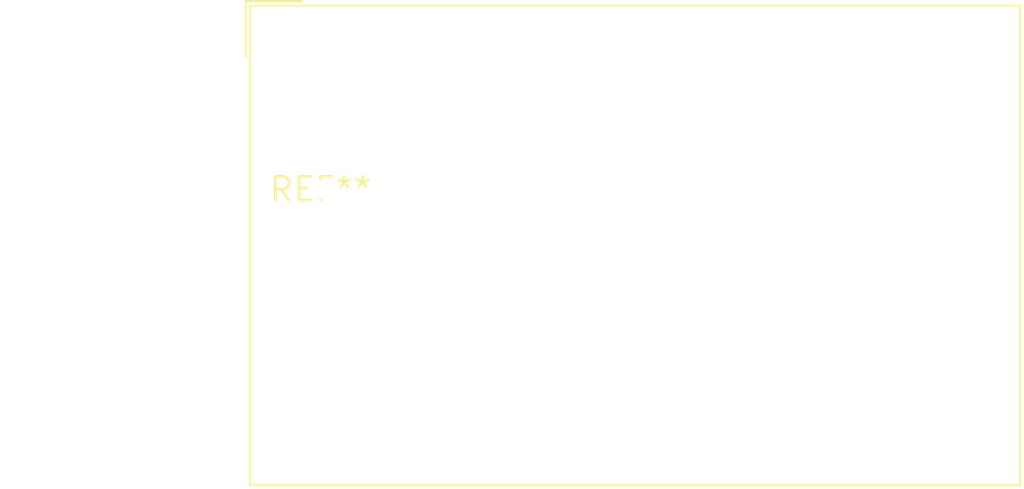
<source format=kicad_pcb>
(kicad_pcb (version 20240108) (generator pcbnew)
  (layers (0 "F.Cu" signal) (31 "B.Cu" signal) (34 "B.Paste" user) (35 "F.Paste" user) (36 "B.SilkS" user "B.Silkscreen") (37 "F.SilkS" user "F.Silkscreen") (38 "B.Mask" user) (39 "F.Mask" user) (44 "Edge.Cuts" user))
  (net 0 "")
  (footprint "Converter_ACDC_Hi-Link_HLK-5Mxx" (layer "F.Cu") (at 0 0)
    (property "Reference" "REF**")
    (property "Value" "Converter_ACDC_Hi-Link_HLK-5Mxx")
    (fp_line (start -4 -10.05) (end -1 -10.05) (layer "F.SilkS") (stroke (width 0.12)))
    (fp_line (start -4 -7.05) (end -4 -10.05) (layer "F.SilkS") (stroke (width 0.12)))
    (fp_line (start -3.76 -9.81) (end -3.76 15.81) (layer "F.SilkS") (stroke (width 0.12)))
    (fp_line (start -3.76 -9.81) (end 37.36 -9.81) (layer "F.SilkS") (stroke (width 0.12)))
    (fp_line (start -3.76 15.81) (end 37.36 15.81) (layer "F.SilkS") (stroke (width 0.12)))
    (fp_line (start 37.36 -9.81) (end 37.36 15.81) (layer "F.SilkS") (stroke (width 0.12)))
    (pad "1" thru_hole rect (at 0 0) (size 1.7 2) (drill 1) (layers *.Cu *.Mask) (remove_unused_layers))
    (pad "2" thru_hole oval (at 0 6) (size 1.7 2) (drill 1) (layers *.Cu *.Mask) (remove_unused_layers))
    (pad "3" thru_hole oval (at 33.6 -6) (size 1.7 2) (drill 1) (layers *.Cu *.Mask) (remove_unused_layers))
    (pad "4" thru_hole oval (at 33.6 12) (size 1.7 2) (drill 1) (layers *.Cu *.Mask) (remove_unused_layers))
  )
)
</source>
